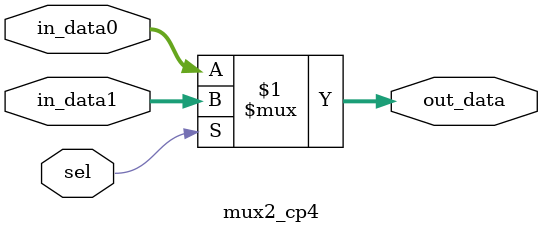
<source format=v>
module mux2_cp4 (
    input sel,
    input [31:0] in_data0, in_data1,
    output [31:0] out_data
);
    assign out_data = (sel) ? in_data1 : in_data0;
endmodule
</source>
